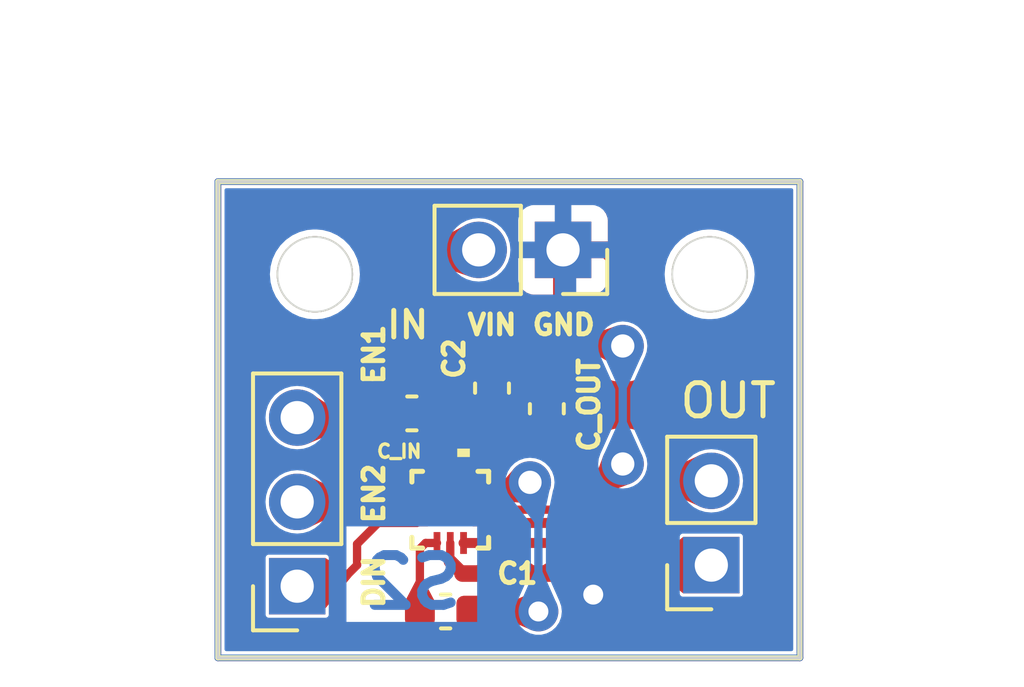
<source format=kicad_pcb>
(kicad_pcb (version 20221018) (generator pcbnew)
  (layers (0 "F.Cu" signal) (31 "B.Cu" signal) (34 "B.Paste" user) (35 "F.Paste" user) (36 "B.SilkS" user "B.Silkscreen") (37 "F.SilkS" user "F.Silkscreen") (38 "B.Mask" user) (39 "F.Mask" user) (44 "Edge.Cuts" user))
  (net 0 "")
  (net 1 "Net-(PAM8904EGPR1-CN1)")
  (net 2 "Net-(PAM8904EGPR1-CP1)")
  (net 3 "Net-(PAM8904EGPR1-CN2)")
  (net 4 "Net-(PAM8904EGPR1-CP2)")
  (net 5 "GND")
  (net 6 "Net-(OUT1-Pin_1)")
  (net 7 "Net-(EN1-Pin_1)")
  (net 8 "Net-(EN1-Pin_2)")
  (net 9 "Net-(OUT1-Pin_2)")
  (net 11 "Net-(PAM8904EGPR1-VOUT)")
  (net 12 "Net-(INe1-Pin_2)")
  (net 13 "Net-(EN1-Pin_3)")
  (footprint "MountingHole:MountingHole_2.2mm_M2" (layer "F.Cu") (at 122.3772 83.439)
    (fp_text reference "REF**" hide)
    (fp_text value "MountingHole_2.2mm_M2")
    (pad "" np_thru_hole circle (at 0 0) (size 2.2 2.2) (drill 2.2) (layers "F&B.Cu" "*.Mask"))
  )
  (footprint "Capacitor_SMD:C_0603_1608Metric" (layer "F.Cu") (at 113.411 87.63)
    (fp_text reference "C_IN" (at -0.381 1.143 180) (layer "F.SilkS") (effects (font (size 0.4 0.4) (thickness 0.1))))
    (fp_text value "2.2uF")
    (fp_line (start -0.14058 -0.51) (end 0.14058 -0.51) (stroke (width 0.12)) (layer "F.SilkS"))
    (fp_line (start -0.14058 0.51) (end 0.14058 0.51) (stroke (width 0.12)) (layer "F.SilkS"))
    (pad "1" smd roundrect (at -0.775 0) (size 0.9 0.95) (layers "F.Cu" "F.Paste" "F.Mask") (net 12 "Net-(INe1-Pin_2)"))
    (pad "2" smd roundrect (at 0.775 0) (size 0.9 0.95) (layers "F.Cu" "F.Paste" "F.Mask") (net 5 "GND"))
  )
  (footprint "Connector_PinSocket_2.54mm:PinSocket_1x02_P2.54mm_Vertical" (layer "F.Cu") (at 122.428 92.202 180)
    (fp_text reference "OUT" (at -0.508 4.953 180) (layer "F.SilkS"))
    (fp_text value "Conn_01x02_Socket")
    (fp_line (start -1.33 1.27) (end -1.33 3.87) (stroke (width 0.12)) (layer "F.SilkS"))
    (fp_line (start -1.33 1.27) (end 1.33 1.27) (stroke (width 0.12)) (layer "F.SilkS"))
    (fp_line (start -1.33 3.87) (end 1.33 3.87) (stroke (width 0.12)) (layer "F.SilkS"))
    (fp_line (start 0 -1.33) (end 1.33 -1.33) (stroke (width 0.12)) (layer "F.SilkS"))
    (fp_line (start 1.33 -1.33) (end 1.33 0) (stroke (width 0.12)) (layer "F.SilkS"))
    (fp_line (start 1.33 1.27) (end 1.33 3.87) (stroke (width 0.12)) (layer "F.SilkS"))
    (pad "1" thru_hole rect (at 0 0 180) (size 1.7 1.7) (drill 1) (layers "*.Cu" "*.Mask") (net 6 "Net-(OUT1-Pin_1)"))
    (pad "2" thru_hole oval (at 0 2.54 180) (size 1.7 1.7) (drill 1) (layers "*.Cu" "*.Mask") (net 9 "Net-(OUT1-Pin_2)"))
  )
  (footprint "MountingHole:MountingHole_2.2mm_M2" (layer "F.Cu") (at 110.49 83.439)
    (fp_text reference "REF**" hide)
    (fp_text value "MountingHole_2.2mm_M2")
    (pad "" np_thru_hole circle (at 0 0) (size 2.2 2.2) (drill 2.2) (layers "*.Cu" "*.Mask"))
  )
  (footprint "Capacitor_SMD:C_0603_1608Metric" (layer "F.Cu") (at 114.427 93.599)
    (fp_text reference "C1" (at 2.159 -1.143) (layer "F.SilkS") (effects (font (size 0.6 0.6))))
    (fp_text value "1uF")
    (fp_line (start -0.14058 -0.51) (end 0.14058 -0.51) (stroke (width 0.12)) (layer "F.SilkS"))
    (fp_line (start -0.14058 0.51) (end 0.14058 0.51) (stroke (width 0.12)) (layer "F.SilkS"))
    (pad "1" smd roundrect (at -0.775 0) (size 0.9 0.95) (layers "F.Cu" "F.Paste" "F.Mask") (net 1 "Net-(PAM8904EGPR1-CN1)"))
    (pad "2" smd roundrect (at 0.775 0) (size 0.9 0.95) (layers "F.Cu" "F.Paste" "F.Mask") (net 2 "Net-(PAM8904EGPR1-CP1)"))
  )
  (footprint "Connector_PinSocket_2.54mm:PinSocket_1x03_P2.54mm_Vertical" (layer "F.Cu") (at 109.957 92.837 180)
    (fp_text reference "EN1" (at -2.311 6.985 90) (layer "F.SilkS") (effects (font (size 0.6 0.6))))
    (fp_text value "Conn_01x02_Socket")
    (fp_line (start -1.33 1.27) (end -1.33 6.41) (stroke (width 0.12)) (layer "F.SilkS"))
    (fp_line (start -1.33 1.27) (end 1.33 1.27) (stroke (width 0.12)) (layer "F.SilkS"))
    (fp_line (start -1.33 6.41) (end 1.33 6.41) (stroke (width 0.12)) (layer "F.SilkS"))
    (fp_line (start 0 -1.33) (end 1.33 -1.33) (stroke (width 0.12)) (layer "F.SilkS"))
    (fp_line (start 1.33 -1.33) (end 1.33 0) (stroke (width 0.12)) (layer "F.SilkS"))
    (fp_line (start 1.33 1.27) (end 1.33 6.41) (stroke (width 0.12)) (layer "F.SilkS"))
    (pad "1" thru_hole rect (at 0 0 180) (size 1.7 1.7) (drill 1) (layers "*.Cu" "*.Mask") (net 7 "Net-(EN1-Pin_1)"))
    (pad "2" thru_hole oval (at 0 2.54 180) (size 1.7 1.7) (drill 1) (layers "*.Cu" "*.Mask") (net 8 "Net-(EN1-Pin_2)"))
    (pad "3" thru_hole oval (at 0 5.08 180) (size 1.7 1.7) (drill 1) (layers "*.Cu" "*.Mask") (net 13 "Net-(EN1-Pin_3)"))
  )
  (footprint "Capacitor_SMD:C_0603_1608Metric" (layer "F.Cu") (at 117.475 87.49 90)
    (fp_text reference "C_OUT" (at 0.114 1.27 270) (layer "F.SilkS") (effects (font (size 0.6 0.6))))
    (fp_text value "2.2uF")
    (fp_line (start -0.14058 -0.51) (end 0.14058 -0.51) (stroke (width 0.12)) (layer "F.SilkS"))
    (fp_line (start -0.14058 0.51) (end 0.14058 0.51) (stroke (width 0.12)) (layer "F.SilkS"))
    (pad "1" smd roundrect (at -0.775 0 90) (size 0.9 0.95) (layers "F.Cu" "F.Paste" "F.Mask") (net 11 "Net-(PAM8904EGPR1-VOUT)"))
    (pad "2" smd roundrect (at 0.775 0 90) (size 0.9 0.95) (layers "F.Cu" "F.Paste" "F.Mask") (net 5 "GND"))
  )
  (footprint "TESIS:QFN-12_PAM8904EGPR_DIO" (layer "F.Cu") (at 114.5667 90.532001)
    (fp_text reference "PAM8904EGPR1" hide)
    (fp_text value "~")
    (fp_line (start -1.1557 -1.1557) (end -1.1557 -0.834339) (stroke (width 0.1524)) (layer "F.SilkS"))
    (fp_line (start -1.1557 0.834339) (end -1.1557 1.1557) (stroke (width 0.1524)) (layer "F.SilkS"))
    (fp_line (start -1.1557 1.1557) (end -0.834339 1.1557) (stroke (width 0.1524)) (layer "F.SilkS"))
    (fp_line (start -0.834339 -1.1557) (end -1.1557 -1.1557) (stroke (width 0.1524)) (layer "F.SilkS"))
    (fp_line (start 0.834339 1.1557) (end 1.1557 1.1557) (stroke (width 0.1524)) (layer "F.SilkS"))
    (fp_line (start 1.1557 -1.1557) (end 0.834339 -1.1557) (stroke (width 0.1524)) (layer "F.SilkS"))
    (fp_line (start 1.1557 -0.834339) (end 1.1557 -1.1557) (stroke (width 0.1524)) (layer "F.SilkS"))
    (fp_line (start 1.1557 1.1557) (end 1.1557 0.834339) (stroke (width 0.1524)) (layer "F.SilkS"))
    (fp_poly (pts (xy 0.209499 -1.5875) (xy 0.209499 -1.8415) (xy 0.590499 -1.8415) (xy 0.590499 -1.5875)) (fill solid) (layer "F.SilkS"))
    (pad "1" smd rect (at -1.0033 -0.399999 90) (size 0.2032 0.6604) (layers "F.Cu" "F.Paste" "F.Mask") (net 13 "Net-(EN1-Pin_3)"))
    (pad "2" smd rect (at -1.0033 0 90) (size 0.2032 0.6604) (layers "F.Cu" "F.Paste" "F.Mask") (net 8 "Net-(EN1-Pin_2)"))
    (pad "3" smd rect (at -1.0033 0.399999 90) (size 0.2032 0.6604) (layers "F.Cu" "F.Paste" "F.Mask") (net 7 "Net-(EN1-Pin_1)"))
    (pad "4" smd rect (at -0.399999 1.0033) (size 0.2032 0.6604) (layers "F.Cu" "F.Paste" "F.Mask") (net 1 "Net-(PAM8904EGPR1-CN1)"))
    (pad "5" smd rect (at 0 1.0033) (size 0.2032 0.6604) (layers "F.Cu" "F.Paste" "F.Mask") (net 5 "GND"))
    (pad "6" smd rect (at 0.399999 1.0033) (size 0.2032 0.6604) (layers "F.Cu" "F.Paste" "F.Mask") (net 6 "Net-(OUT1-Pin_1)"))
    (pad "7" smd rect (at 1.0033 0.399999 90) (size 0.2032 0.6604) (layers "F.Cu" "F.Paste" "F.Mask") (net 9 "Net-(OUT1-Pin_2)"))
    (pad "8" smd rect (at 1.0033 0 90) (size 0.2032 0.6604) (layers "F.Cu" "F.Paste" "F.Mask") (net 3 "Net-(PAM8904EGPR1-CN2)"))
    (pad "9" smd rect (at 1.0033 -0.399999 90) (size 0.2032 0.6604) (layers "F.Cu" "F.Paste" "F.Mask") (net 2 "Net-(PAM8904EGPR1-CP1)"))
    (pad "10" smd rect (at 0.399999 -1.0033) (size 0.2032 0.6604) (layers "F.Cu" "F.Paste" "F.Mask") (net 11 "Net-(PAM8904EGPR1-VOUT)"))
    (pad "11" smd rect (at 0 -1.0033) (size 0.2032 0.6604) (layers "F.Cu" "F.Paste" "F.Mask") (net 4 "Net-(PAM8904EGPR1-CP2)"))
    (pad "12" smd rect (at -0.399999 -1.0033) (size 0.2032 0.6604) (layers "F.Cu" "F.Paste" "F.Mask") (net 12 "Net-(INe1-Pin_2)"))
    (pad "13" smd rect (at 0 0) (size 0.9398 0.9398) (layers "F.Cu" "F.Paste" "F.Mask"))
  )
  (footprint "Connector_PinSocket_2.54mm:PinSocket_1x02_P2.54mm_Vertical" (layer "F.Cu") (at 117.963 82.702 -90)
    (fp_text reference "IN" (at 2.261 4.679) (layer "F.SilkS") (effects (font (size 0.8 0.8))))
    (fp_text value "Conn_01x03_Socket")
    (fp_line (start -1.33 1.27) (end -1.33 3.87) (stroke (width 0.12)) (layer "F.SilkS"))
    (fp_line (start -1.33 1.27) (end 1.33 1.27) (stroke (width 0.12)) (layer "F.SilkS"))
    (fp_line (start -1.33 3.87) (end 1.33 3.87) (stroke (width 0.12)) (layer "F.SilkS"))
    (fp_line (start 0 -1.33) (end 1.33 -1.33) (stroke (width 0.12)) (layer "F.SilkS"))
    (fp_line (start 1.33 -1.33) (end 1.33 0) (stroke (width 0.12)) (layer "F.SilkS"))
    (fp_line (start 1.33 1.27) (end 1.33 3.87) (stroke (width 0.12)) (layer "F.SilkS"))
    (pad "1" thru_hole rect (at 0 0 270) (size 1.7 1.7) (drill 1) (layers "*.Cu" "*.Mask") (net 5 "GND"))
    (pad "2" thru_hole oval (at 0 2.54 270) (size 1.7 1.7) (drill 1) (layers "*.Cu" "*.Mask") (net 12 "Net-(INe1-Pin_2)"))
  )
  (footprint "Capacitor_SMD:C_0603_1608Metric" (layer "F.Cu") (at 115.824 86.868 -90)
    (fp_text reference "C2" (at -0.889 1.143 90) (layer "F.SilkS") (effects (font (size 0.6 0.6))))
    (fp_text value "1uF")
    (fp_line (start -0.14058 -0.51) (end 0.14058 -0.51) (stroke (width 0.12)) (layer "F.SilkS"))
    (fp_line (start -0.14058 0.51) (end 0.14058 0.51) (stroke (width 0.12)) (layer "F.SilkS"))
    (pad "1" smd roundrect (at -0.775 0 270) (size 0.9 0.95) (layers "F.Cu" "F.Paste" "F.Mask") (net 3 "Net-(PAM8904EGPR1-CN2)"))
    (pad "2" smd roundrect (at 0.775 0 270) (size 0.9 0.95) (layers "F.Cu" "F.Paste" "F.Mask") (net 4 "Net-(PAM8904EGPR1-CP2)"))
  )
  (gr_line (start 107.569 94.996) (end 107.569 80.645) (stroke (width 0.2)) (layer "F.Cu"))
  (gr_line (start 125.095 80.645) (end 125.095 94.996) (stroke (width 0.2)) (layer "F.Cu"))
  (gr_circle (center 122.3772 83.439) (end 123.4772 83.439) (stroke (width 0.1)) (fill solid) (layer "F.Cu"))
  (gr_line (start 107.569 80.645) (end 125.095 80.645) (stroke (width 0.2)) (layer "F.Cu"))
  (gr_line (start 125.095 94.996) (end 107.569 94.996) (stroke (width 0.2)) (layer "F.Cu"))
  (gr_circle (center 110.49 83.439) (end 111.59 83.439) (stroke (width 0.1)) (fill solid) (layer "F.Cu"))
  (gr_line (start 107.569 80.645) (end 125.095 80.645) (stroke (width 0.2)) (layer "B.Cu"))
  (gr_circle (center 122.3772 83.439) (end 123.4772 83.439) (stroke (width 0.1)) (fill solid) (layer "B.Cu"))
  (gr_line (start 125.095 94.996) (end 107.569 94.996) (stroke (width 0.2)) (layer "B.Cu"))
  (gr_line (start 125.095 80.645) (end 125.095 94.996) (stroke (width 0.2)) (layer "B.Cu"))
  (gr_line (start 107.569 94.996) (end 107.569 80.645) (stroke (width 0.2)) (layer "B.Cu"))
  (gr_circle (center 110.49 83.439) (end 111.59 83.439) (stroke (width 0.1)) (fill solid) (layer "B.Cu"))
  (gr_line (start 125.095 94.996) (end 125.095 80.645) (stroke (width 0.15)) (layer "F.SilkS"))
  (gr_line (start 125.095 80.645) (end 107.569 80.645) (stroke (width 0.15)) (layer "F.SilkS"))
  (gr_circle (center 110.49 83.439) (end 111.59 83.439) (stroke (width 0.1)) (fill solid) (layer "F.SilkS"))
  (gr_line (start 107.569 80.645) (end 107.569 94.996) (stroke (width 0.15)) (layer "F.SilkS"))
  (gr_circle (center 122.3772 83.439) (end 123.4772 83.439) (stroke (width 0.1)) (fill solid) (layer "F.SilkS"))
  (gr_line (start 107.569 94.996) (end 125.095 94.996) (stroke (width 0.15)) (layer "F.SilkS"))
  (gr_circle (center 122.3772 83.439) (end 123.4772 83.439) (stroke (width 0.1)) (fill none) (layer "Edge.Cuts"))
  (gr_line (start 125.095 94.996) (end 107.569 94.996) (stroke (width 0.1)) (layer "Edge.Cuts"))
  (gr_line (start 107.569 80.645) (end 125.095 80.645) (stroke (width 0.1)) (layer "Edge.Cuts"))
  (gr_circle (center 110.49 83.439) (end 111.59 83.439) (stroke (width 0.1)) (fill none) (layer "Edge.Cuts"))
  (gr_line (start 107.569 94.996) (end 107.569 80.645) (stroke (width 0.1)) (layer "Edge.Cuts"))
  (gr_line (start 125.095 80.645) (end 125.095 94.996) (stroke (width 0.1)) (layer "Edge.Cuts"))
  (gr_text "S2" (at 115.062 93.599) (layer "B.Cu") (effects (font (size 1.5 1.5) (thickness 0.3) bold) (justify left bottom mirror)))
  (gr_text "EN2" (at 112.268 90.043 90) (layer "F.SilkS") (effects (font (size 0.6 0.6))))
  (gr_text "GND" (at 117.983 84.963) (layer "F.SilkS") (effects (font (size 0.6 0.6))))
  (gr_text "VIN" (at 115.824 84.963) (layer "F.SilkS") (effects (font (size 0.6 0.6))))
  (gr_text "DIN" (at 112.268 92.71 90) (layer "F.SilkS") (effects (font (size 0.6 0.6))))
  (segment (start 113.652 91.707) (end 113.652 93.599) (width 0.25) (layer "F.Cu") (net 1))
  (segment (start 114.166701 91.535301) (end 113.823699 91.535301) (width 0.25) (layer "F.Cu") (net 1))
  (segment (start 113.823699 91.535301) (end 113.652 91.707) (width 0.25) (layer "F.Cu") (net 1))
  (segment (start 117.221 93.599) (end 115.202 93.599) (width 0.25) (layer "F.Cu") (net 2))
  (segment (start 116.542499 90.132002) (end 115.57 90.132002) (width 0.25) (layer "F.Cu") (net 2))
  (segment (start 116.967 89.707501) (end 116.542499 90.132002) (width 0.25) (layer "F.Cu") (net 2))
  (via (at 116.967 89.707501) (size 1.27) (drill 0.7) (layers "F.Cu" "B.Cu") (net 2))
  (via (at 117.221 93.599) (size 1.2) (drill 0.6) (layers "F.Cu" "B.Cu") (net 2))
  (segment (start 117.221 89.961501) (end 116.967 89.707501) (width 0.25) (layer "B.Cu") (net 2))
  (segment (start 117.221 93.599) (end 117.221 89.961501) (width 0.25) (layer "B.Cu") (net 2))
  (segment (start 118.382999 90.532001) (end 115.57 90.532001) (width 0.25) (layer "F.Cu") (net 3))
  (segment (start 115.951 85.471) (end 115.824 85.598) (width 0.25) (layer "F.Cu") (net 3))
  (segment (start 119.761 85.598) (end 119.634 85.471) (width 0.25) (layer "F.Cu") (net 3))
  (segment (start 119.761 89.154) (end 118.382999 90.532001) (width 0.25) (layer "F.Cu") (net 3))
  (segment (start 119.634 85.471) (end 115.951 85.471) (width 0.25) (layer "F.Cu") (net 3))
  (segment (start 115.824 85.598) (end 115.824 86.093) (width 0.25) (layer "F.Cu") (net 3))
  (via (at 119.761 89.154) (size 1.27) (drill 0.7) (layers "F.Cu" "B.Cu") (net 3))
  (via (at 119.761 85.598) (size 1.27) (drill 0.7) (layers "F.Cu" "B.Cu") (net 3))
  (segment (start 119.761 85.598) (end 119.761 89.154) (width 0.25) (layer "B.Cu") (net 3))
  (segment (start 115.303 87.643) (end 115.824 87.643) (width 0.25) (layer "F.Cu") (net 4))
  (segment (start 114.5667 88.3793) (end 115.303 87.643) (width 0.25) (layer "F.Cu") (net 4))
  (segment (start 114.5667 89.528701) (end 114.5667 88.3793) (width 0.25) (layer "F.Cu") (net 4))
  (segment (start 120.777 87.376) (end 121.412 86.741) (width 0.5) (layer "F.Cu") (net 5))
  (segment (start 119.507 87.376) (end 120.777 87.376) (width 0.5) (layer "F.Cu") (net 5))
  (segment (start 121.412 85.344) (end 119.761 83.693) (width 0.5) (layer "F.Cu") (net 5))
  (segment (start 114.166701 87.610701) (end 114.186 87.63) (width 0.6) (layer "F.Cu") (net 5))
  (segment (start 119.761 83.185) (end 119.278 82.702) (width 0.5) (layer "F.Cu") (net 5))
  (segment (start 114.173 87.617) (end 114.173 85.725) (width 0.6) (layer "F.Cu") (net 5))
  (segment (start 121.412 86.741) (end 121.412 85.344) (width 0.5) (layer "F.Cu") (net 5))
  (segment (start 118.237 92.456) (end 118.872 93.091) (width 0.5) (layer "F.Cu") (net 5))
  (segment (start 114.935 92.456) (end 118.237 92.456) (width 0.5) (layer "F.Cu") (net 5))
  (segment (start 117.475 86.715) (end 118.846 86.715) (width 0.5) (layer "F.Cu") (net 5))
  (segment (start 114.5667 92.0877) (end 114.935 92.456) (width 0.4) (layer "F.Cu") (net 5))
  (segment (start 117.729 84.455) (end 117.963 84.221) (width 0.6) (layer "F.Cu") (net 5))
  (segment (start 115.443 84.455) (end 117.729 84.455) (width 0.6) (layer "F.Cu") (net 5))
  (segment (start 118.846 86.715) (end 119.507 87.376) (width 0.5) (layer "F.Cu") (net 5))
  (segment (start 117.963 84.221) (end 117.963 82.702) (width 0.6) (layer "F.Cu") (net 5))
  (segment (start 114.5667 91.535301) (end 114.5667 92.0877) (width 0.25) (layer "F.Cu") (net 5))
  (segment (start 114.186 87.63) (end 114.173 87.617) (width 0.6) (layer "F.Cu") (net 5))
  (segment (start 114.173 85.725) (end 115.443 84.455) (width 0.6) (layer "F.Cu") (net 5))
  (segment (start 119.278 82.702) (end 117.963 82.702) (width 0.5) (layer "F.Cu") (net 5))
  (segment (start 119.761 83.693) (end 119.761 83.185) (width 0.5) (layer "F.Cu") (net 5))
  (via (at 118.872 93.091) (size 1.2) (drill 0.6) (layers "F.Cu" "B.Cu") (net 5))
  (segment (start 117.963 82.702) (end 118.11 82.849) (width 0.25) (layer "B.Cu") (net 5))
  (segment (start 118.872 91.059) (end 118.872 93.091) (width 0.5) (layer "B.Cu") (net 5))
  (segment (start 118.11 82.849) (end 118.11 90.297) (width 0.5) (layer "B.Cu") (net 5))
  (segment (start 118.11 90.297) (end 118.872 91.059) (width 0.5) (layer "B.Cu") (net 5))
  (segment (start 114.966699 91.535301) (end 119.348301 91.535301) (width 0.3) (layer "F.Cu") (net 6))
  (segment (start 119.348301 91.535301) (end 120.015 92.202) (width 0.3) (layer "F.Cu") (net 6))
  (segment (start 120.015 92.202) (end 122.428 92.202) (width 0.3) (layer "F.Cu") (net 6))
  (segment (start 111.125 92.837) (end 109.957 92.837) (width 0.25) (layer "F.Cu") (net 7))
  (segment (start 111.76 91.567) (end 111.76 92.202) (width 0.25) (layer "F.Cu") (net 7))
  (segment (start 112.395 90.932) (end 113.5634 90.932) (width 0.25) (layer "F.Cu") (net 7))
  (segment (start 111.76 92.202) (end 111.125 92.837) (width 0.25) (layer "F.Cu") (net 7))
  (segment (start 112.395 90.932) (end 111.76 91.567) (width 0.25) (layer "F.Cu") (net 7))
  (segment (start 111.995001 90.532001) (end 113.5634 90.532001) (width 0.25) (layer "F.Cu") (net 8))
  (segment (start 111.76 90.297) (end 111.995001 90.532001) (width 0.25) (layer "F.Cu") (net 8))
  (segment (start 109.957 90.297) (end 111.76 90.297) (width 0.25) (layer "F.Cu") (net 8))
  (segment (start 115.57 90.932) (end 119.38 90.932) (width 0.3) (layer "F.Cu") (net 9))
  (segment (start 120.65 89.662) (end 122.428 89.662) (width 0.3) (layer "F.Cu") (net 9))
  (segment (start 119.38 90.932) (end 120.65 89.662) (width 0.3) (layer "F.Cu") (net 9))
  (segment (start 117.221 88.519) (end 115.443 88.519) (width 0.3) (layer "F.Cu") (net 11))
  (segment (start 115.443 88.519) (end 114.966699 88.995301) (width 0.3) (layer "F.Cu") (net 11))
  (segment (start 114.966699 88.995301) (end 114.966699 89.528701) (width 0.25) (layer "F.Cu") (net 11))
  (segment (start 117.475 88.265) (end 117.221 88.519) (width 0.25) (layer "F.Cu") (net 11))
  (segment (start 115.423 82.702) (end 114.021 82.702) (width 0.6) (layer "F.Cu") (net 12))
  (segment (start 113.538 83.185) (end 113.538 84.582) (width 0.6) (layer "F.Cu") (net 12))
  (segment (start 112.636 85.484) (end 112.636 87.63) (width 0.6) (layer "F.Cu") (net 12))
  (segment (start 114.186 89.509402) (end 114.166701 89.528701) (width 0.25) (layer "F.Cu") (net 12))
  (segment (start 112.636 88.76) (end 112.636 87.63) (width 0.25) (layer "F.Cu") (net 12))
  (segment (start 114.021 82.702) (end 113.538 83.185) (width 0.6) (layer "F.Cu") (net 12))
  (segment (start 113.404701 89.528701) (end 112.636 88.76) (width 0.25) (layer "F.Cu") (net 12))
  (segment (start 114.166701 89.528701) (end 113.404701 89.528701) (width 0.25) (layer "F.Cu") (net 12))
  (segment (start 113.538 84.582) (end 112.636 85.484) (width 0.6) (layer "F.Cu") (net 12))
  (segment (start 112.014 89.408) (end 112.014 88.392) (width 0.25) (layer "F.Cu") (net 13))
  (segment (start 111.379 87.757) (end 109.957 87.757) (width 0.25) (layer "F.Cu") (net 13))
  (segment (start 112.014 88.392) (end 111.379 87.757) (width 0.25) (layer "F.Cu") (net 13))
  (segment (start 112.738002 90.132002) (end 112.014 89.408) (width 0.25) (layer "F.Cu") (net 13))
  (segment (start 113.5634 90.132002) (end 112.738002 90.132002) (width 0.25) (layer "F.Cu") (net 13))
  (zone (net 5) (net_name "GND") (layer "F.Cu") (connect_pads (clearance 0.45)) (min_thickness 0.45) (fill yes (thermal_gap 0.5) (thermal_bridge_width 0.5))
    (polygon (pts (xy 107.569 80.645) (xy 107.569 94.996) (xy 125.095 94.996) (xy 125.095 80.645)))
  )
  (zone (net 5) (net_name "GND") (layer "B.Cu") (priority 1) (connect_pads (clearance 0.1)) (min_thickness 0.1) (fill yes (thermal_gap 0.5) (thermal_bridge_width 0.5))
    (polygon (pts (xy 125.095 80.645) (xy 125.095 94.996) (xy 107.569 94.996) (xy 107.569 80.645)))
  )
)
</source>
